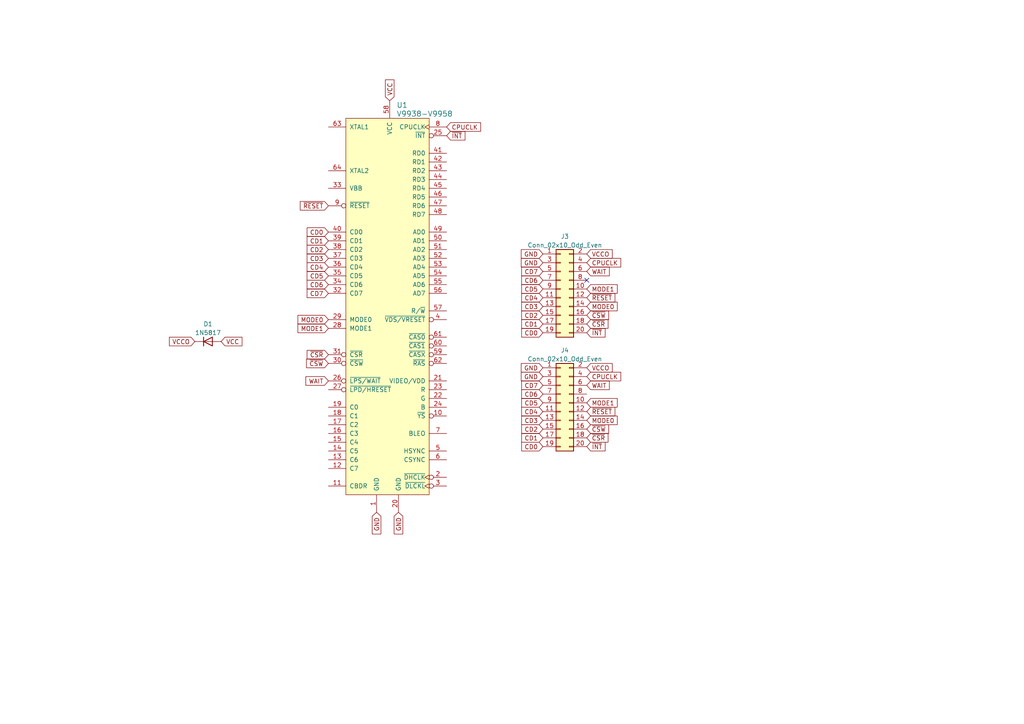
<source format=kicad_sch>
(kicad_sch (version 20230121) (generator eeschema)
  (paper "A4")
  (lib_symbols
    (symbol "Connector_Generic:Conn_02x10_Odd_Even" (pin_names (offset 1.016) hide)
      (property "Reference" "J" (at 1.27 12.7 0))
      (property "Value" "Conn_02x10_Odd_Even" (at 1.27 -15.24 0))
      (symbol "Conn_02x10_Odd_Even_1_1"
        (rectangle (start -1.27 -12.573) (end 0 -12.827) (stroke (width 0.1524)))
        (rectangle (start -1.27 -10.033) (end 0 -10.287) (stroke (width 0.1524)))
        (rectangle (start -1.27 -7.493) (end 0 -7.747) (stroke (width 0.1524)))
        (rectangle (start -1.27 -4.953) (end 0 -5.207) (stroke (width 0.1524)))
        (rectangle (start -1.27 -2.413) (end 0 -2.667) (stroke (width 0.1524)))
        (rectangle (start -1.27 0.127) (end 0 -0.127) (stroke (width 0.1524)))
        (rectangle (start -1.27 2.667) (end 0 2.413) (stroke (width 0.1524)))
        (rectangle (start -1.27 5.207) (end 0 4.953) (stroke (width 0.1524)))
        (rectangle (start -1.27 7.747) (end 0 7.493) (stroke (width 0.1524)))
        (rectangle (start -1.27 10.287) (end 0 10.033) (stroke (width 0.1524)))
        (rectangle (start -1.27 11.43) (end 3.81 -13.97) (stroke (width 0.254)) (fill (type background)))
        (rectangle (start 3.81 -12.573) (end 2.54 -12.827) (stroke (width 0.1524)))
        (rectangle (start 3.81 -10.033) (end 2.54 -10.287) (stroke (width 0.1524)))
        (rectangle (start 3.81 -7.493) (end 2.54 -7.747) (stroke (width 0.1524)))
        (rectangle (start 3.81 -4.953) (end 2.54 -5.207) (stroke (width 0.1524)))
        (rectangle (start 3.81 -2.413) (end 2.54 -2.667) (stroke (width 0.1524)))
        (rectangle (start 3.81 0.127) (end 2.54 -0.127) (stroke (width 0.1524)))
        (rectangle (start 3.81 2.667) (end 2.54 2.413) (stroke (width 0.1524)))
        (rectangle (start 3.81 5.207) (end 2.54 4.953) (stroke (width 0.1524)))
        (rectangle (start 3.81 7.747) (end 2.54 7.493) (stroke (width 0.1524)))
        (rectangle (start 3.81 10.287) (end 2.54 10.033) (stroke (width 0.1524)))
        (pin passive line (at -5.08 10.16 0) (length 3.81) (name "Pin_1") (number "1"))
        (pin passive line (at 7.62 0 180) (length 3.81) (name "Pin_10") (number "10"))
        (pin passive line (at -5.08 -2.54 0) (length 3.81) (name "Pin_11") (number "11"))
        (pin passive line (at 7.62 -2.54 180) (length 3.81) (name "Pin_12") (number "12"))
        (pin passive line (at -5.08 -5.08 0) (length 3.81) (name "Pin_13") (number "13"))
        (pin passive line (at 7.62 -5.08 180) (length 3.81) (name "Pin_14") (number "14"))
        (pin passive line (at -5.08 -7.62 0) (length 3.81) (name "Pin_15") (number "15"))
        (pin passive line (at 7.62 -7.62 180) (length 3.81) (name "Pin_16") (number "16"))
        (pin passive line (at -5.08 -10.16 0) (length 3.81) (name "Pin_17") (number "17"))
        (pin passive line (at 7.62 -10.16 180) (length 3.81) (name "Pin_18") (number "18"))
        (pin passive line (at -5.08 -12.7 0) (length 3.81) (name "Pin_19") (number "19"))
        (pin passive line (at 7.62 10.16 180) (length 3.81) (name "Pin_2") (number "2"))
        (pin passive line (at 7.62 -12.7 180) (length 3.81) (name "Pin_20") (number "20"))
        (pin passive line (at -5.08 7.62 0) (length 3.81) (name "Pin_3") (number "3"))
        (pin passive line (at 7.62 7.62 180) (length 3.81) (name "Pin_4") (number "4"))
        (pin passive line (at -5.08 5.08 0) (length 3.81) (name "Pin_5") (number "5"))
        (pin passive line (at 7.62 5.08 180) (length 3.81) (name "Pin_6") (number "6"))
        (pin passive line (at -5.08 2.54 0) (length 3.81) (name "Pin_7") (number "7"))
        (pin passive line (at 7.62 2.54 180) (length 3.81) (name "Pin_8") (number "8"))
        (pin passive line (at -5.08 0 0) (length 3.81) (name "Pin_9") (number "9"))
      )
    )
    (symbol "Diode:1N4001" (pin_numbers hide) (pin_names hide)
      (property "Reference" "D" (at 0 2.54 0))
      (property "Value" "1N4001" (at 0 -2.54 0))
      (symbol "1N4001_0_1"
        (polyline (pts (xy -1.27 1.27) (xy -1.27 -1.27)) (stroke (width 0.254)))
        (polyline (pts (xy 1.27 0) (xy -1.27 0)))
        (polyline (pts (xy 1.27 1.27) (xy 1.27 -1.27) (xy -1.27 0) (xy 1.27 1.27)) (stroke (width 0.254)))
      )
      (symbol "1N4001_1_1"
        (pin passive line (at -3.81 0 0) (length 2.54) (name "K") (number "1"))
        (pin passive line (at 3.81 0 180) (length 2.54) (name "A") (number "2"))
      )
    )
    (symbol "Retro:V9938-V9958" (pin_names (offset 1.016))
      (property "Reference" "U" (at -12.7 58.42 0))
      (property "Value" "V9938-V9958" (at -8.89 55.88 0))
      (symbol "V9938-V9958_0_1"
        (rectangle (start -12.7 54.61) (end 11.43 -54.61) (fill (type background)))
      )
      (symbol "V9938-V9958_1_1"
        (pin power_in line (at -3.81 -59.69 90) (length 5.08) (name "GND") (number "1"))
        (pin output inverted (at 16.51 -31.75 180) (length 5.08) (name "~{YS}") (number "10"))
        (pin output line (at -17.78 -52.07 0) (length 5.08) (name "CBDR") (number "11"))
        (pin tri_state line (at -17.78 -46.99 0) (length 5.08) (name "C7") (number "12"))
        (pin tri_state line (at -17.78 -44.45 0) (length 5.08) (name "C6") (number "13"))
        (pin tri_state line (at -17.78 -41.91 0) (length 5.08) (name "C5") (number "14"))
        (pin tri_state line (at -17.78 -39.37 0) (length 5.08) (name "C4") (number "15"))
        (pin tri_state line (at -17.78 -36.83 0) (length 5.08) (name "C3") (number "16"))
        (pin tri_state line (at -17.78 -34.29 0) (length 5.08) (name "C2") (number "17"))
        (pin tri_state line (at -17.78 -31.75 0) (length 5.08) (name "C1") (number "18"))
        (pin tri_state line (at -17.78 -29.21 0) (length 5.08) (name "C0") (number "19"))
        (pin output inverted_clock (at 16.51 -49.53 180) (length 5.08) (name "~{DHCLK}") (number "2"))
        (pin power_in line (at 2.54 -59.69 90) (length 5.08) (name "GND") (number "20"))
        (pin output line (at 16.51 -21.59 180) (length 5.08) (name "VIDEO/VDD") (number "21"))
        (pin output line (at 16.51 -26.67 180) (length 5.08) (name "G") (number "22"))
        (pin output line (at 16.51 -24.13 180) (length 5.08) (name "R") (number "23"))
        (pin output line (at 16.51 -29.21 180) (length 5.08) (name "B") (number "24"))
        (pin open_collector inverted (at 16.51 49.53 180) (length 5.08) (name "~{INT}") (number "25"))
        (pin input inverted (at -17.78 -21.59 0) (length 5.08) (name "~{LPS/WAIT}") (number "26"))
        (pin input inverted (at -17.78 -24.13 0) (length 5.08) (name "~{LPD/HRESET}") (number "27"))
        (pin input line (at -17.78 -6.35 0) (length 5.08) (name "MODE1") (number "28"))
        (pin input line (at -17.78 -3.81 0) (length 5.08) (name "MODE0") (number "29"))
        (pin output inverted_clock (at 16.51 -52.07 180) (length 5.08) (name "~{DLCKL}") (number "3"))
        (pin input inverted (at -17.78 -16.51 0) (length 5.08) (name "~{CSW}") (number "30"))
        (pin input inverted (at -17.78 -13.97 0) (length 5.08) (name "~{CSR}") (number "31"))
        (pin tri_state line (at -17.78 3.81 0) (length 5.08) (name "CD7") (number "32"))
        (pin output line (at -17.78 34.29 0) (length 5.08) (name "VBB") (number "33"))
        (pin tri_state line (at -17.78 6.35 0) (length 5.08) (name "CD6") (number "34"))
        (pin tri_state line (at -17.78 8.89 0) (length 5.08) (name "CD5") (number "35"))
        (pin tri_state line (at -17.78 11.43 0) (length 5.08) (name "CD4") (number "36"))
        (pin tri_state line (at -17.78 13.97 0) (length 5.08) (name "CD3") (number "37"))
        (pin tri_state line (at -17.78 16.51 0) (length 5.08) (name "CD2") (number "38"))
        (pin tri_state line (at -17.78 19.05 0) (length 5.08) (name "CD1") (number "39"))
        (pin output inverted (at 16.51 -3.81 180) (length 5.08) (name "~{VDS/VRESET}") (number "4"))
        (pin tri_state line (at -17.78 21.59 0) (length 5.08) (name "CD0") (number "40"))
        (pin tri_state line (at 16.51 44.45 180) (length 5.08) (name "RD0") (number "41"))
        (pin tri_state line (at 16.51 41.91 180) (length 5.08) (name "RD1") (number "42"))
        (pin tri_state line (at 16.51 39.37 180) (length 5.08) (name "RD2") (number "43"))
        (pin tri_state line (at 16.51 36.83 180) (length 5.08) (name "RD3") (number "44"))
        (pin tri_state line (at 16.51 34.29 180) (length 5.08) (name "RD4") (number "45"))
        (pin tri_state line (at 16.51 31.75 180) (length 5.08) (name "RD5") (number "46"))
        (pin tri_state line (at 16.51 29.21 180) (length 5.08) (name "RD6") (number "47"))
        (pin tri_state line (at 16.51 26.67 180) (length 5.08) (name "RD7") (number "48"))
        (pin output line (at 16.51 21.59 180) (length 5.08) (name "AD0") (number "49"))
        (pin bidirectional line (at 16.51 -41.91 180) (length 5.08) (name "HSYNC") (number "5"))
        (pin output line (at 16.51 19.05 180) (length 5.08) (name "AD1") (number "50"))
        (pin output line (at 16.51 16.51 180) (length 5.08) (name "AD2") (number "51"))
        (pin output line (at 16.51 13.97 180) (length 5.08) (name "AD3") (number "52"))
        (pin output line (at 16.51 11.43 180) (length 5.08) (name "AD4") (number "53"))
        (pin output line (at 16.51 8.89 180) (length 5.08) (name "AD5") (number "54"))
        (pin output line (at 16.51 6.35 180) (length 5.08) (name "AD6") (number "55"))
        (pin output line (at 16.51 3.81 180) (length 5.08) (name "AD7") (number "56"))
        (pin output line (at 16.51 -1.27 180) (length 5.08) (name "R/~{W}") (number "57"))
        (pin power_in line (at 0 59.69 270) (length 5.08) (name "VCC") (number "58"))
        (pin output inverted (at 16.51 -13.97 180) (length 5.08) (name "~{CASX}") (number "59"))
        (pin bidirectional line (at 16.51 -44.45 180) (length 5.08) (name "CSYNC") (number "6"))
        (pin output inverted (at 16.51 -11.43 180) (length 5.08) (name "~{CAS1}") (number "60"))
        (pin output inverted (at 16.51 -8.89 180) (length 5.08) (name "~{CAS0}") (number "61"))
        (pin output inverted (at 16.51 -16.51 180) (length 5.08) (name "~{RAS}") (number "62"))
        (pin input line (at -17.78 52.07 0) (length 5.08) (name "XTAL1") (number "63"))
        (pin input line (at -17.78 39.37 0) (length 5.08) (name "XTAL2") (number "64"))
        (pin output line (at 16.51 -36.83 180) (length 5.08) (name "BLEO") (number "7"))
        (pin output clock (at 16.51 52.07 180) (length 5.08) (name "CPUCLK") (number "8"))
        (pin input inverted (at -17.78 29.21 0) (length 5.08) (name "~{RESET}") (number "9"))
      )
    )
  )
  (no_connect (at 170.18 81.28))
  (global_label "~{CSR}" (shape input) (at 170.18 127 0) (property "Intersheetrefs" "${INTERSHEET_REFS}" (effects hide)))
  (global_label "CD1" (shape input) (at 157.48 127 180) (property "Intersheetrefs" "${INTERSHEET_REFS}" (effects hide)))
  (global_label "GND" (shape input) (at 157.48 76.2 180) (property "Intersheetrefs" "${INTERSHEET_REFS}" (effects hide)))
  (global_label "GND" (shape input) (at 157.48 109.22 180) (property "Intersheetrefs" "${INTERSHEET_REFS}" (effects hide)))
  (global_label "~{RESET}" (shape input) (at 170.18 119.38 0) (property "Intersheetrefs" "${INTERSHEET_REFS}" (effects hide)))
  (global_label "MODE1" (shape input) (at 95.25 95.25 180) (property "Intersheetrefs" "${INTERSHEET_REFS}" (effects hide)))
  (global_label "MODE1" (shape input) (at 170.18 83.82 0) (property "Intersheetrefs" "${INTERSHEET_REFS}" (effects hide)))
  (global_label "GND" (shape input) (at 109.22 148.59 270) (property "Intersheetrefs" "${INTERSHEET_REFS}" (effects hide)))
  (global_label "CD1" (shape input) (at 157.48 93.98 180) (property "Intersheetrefs" "${INTERSHEET_REFS}" (effects hide)))
  (global_label "~{CSR}" (shape input) (at 170.18 93.98 0) (property "Intersheetrefs" "${INTERSHEET_REFS}" (effects hide)))
  (global_label "MODE0" (shape input) (at 170.18 88.9 0) (property "Intersheetrefs" "${INTERSHEET_REFS}" (effects hide)))
  (global_label "~{CSW}" (shape input) (at 95.25 105.41 180) (property "Intersheetrefs" "${INTERSHEET_REFS}" (effects hide)))
  (global_label "GND" (shape input) (at 157.48 106.68 180) (property "Intersheetrefs" "${INTERSHEET_REFS}" (effects hide)))
  (global_label "~{CSR}" (shape input) (at 95.25 102.87 180) (property "Intersheetrefs" "${INTERSHEET_REFS}" (effects hide)))
  (global_label "CD5" (shape input) (at 157.48 116.84 180) (property "Intersheetrefs" "${INTERSHEET_REFS}" (effects hide)))
  (global_label "MODE0" (shape input) (at 170.18 121.92 0) (property "Intersheetrefs" "${INTERSHEET_REFS}" (effects hide)))
  (global_label "VCCO" (shape input) (at 56.515 99.06 180) (property "Intersheetrefs" "${INTERSHEET_REFS}" (effects hide)))
  (global_label "~{INT}" (shape input) (at 170.18 96.52 0) (property "Intersheetrefs" "${INTERSHEET_REFS}" (effects hide)))
  (global_label "CPUCLK" (shape input) (at 170.18 76.2 0) (property "Intersheetrefs" "${INTERSHEET_REFS}" (effects hide)))
  (global_label "MODE0" (shape input) (at 95.25 92.71 180) (property "Intersheetrefs" "${INTERSHEET_REFS}" (effects hide)))
  (global_label "CD5" (shape input) (at 157.48 83.82 180) (property "Intersheetrefs" "${INTERSHEET_REFS}" (effects hide)))
  (global_label "CD0" (shape input) (at 157.48 96.52 180) (property "Intersheetrefs" "${INTERSHEET_REFS}" (effects hide)))
  (global_label "GND" (shape input) (at 115.57 148.59 270) (property "Intersheetrefs" "${INTERSHEET_REFS}" (effects hide)))
  (global_label "CD7" (shape input) (at 157.48 111.76 180) (property "Intersheetrefs" "${INTERSHEET_REFS}" (effects hide)))
  (global_label "WAIT" (shape input) (at 95.25 110.49 180) (property "Intersheetrefs" "${INTERSHEET_REFS}" (effects hide)))
  (global_label "WAIT" (shape input) (at 170.18 78.74 0) (property "Intersheetrefs" "${INTERSHEET_REFS}" (effects hide)))
  (global_label "CD2" (shape input) (at 157.48 91.44 180) (property "Intersheetrefs" "${INTERSHEET_REFS}" (effects hide)))
  (global_label "CD2" (shape input) (at 95.25 72.39 180) (property "Intersheetrefs" "${INTERSHEET_REFS}" (effects hide)))
  (global_label "CD3" (shape input) (at 157.48 121.92 180) (property "Intersheetrefs" "${INTERSHEET_REFS}" (effects hide)))
  (global_label "~{INT}" (shape input) (at 129.54 39.37 0) (property "Intersheetrefs" "${INTERSHEET_REFS}" (effects hide)))
  (global_label "CD5" (shape input) (at 95.25 80.01 180) (property "Intersheetrefs" "${INTERSHEET_REFS}" (effects hide)))
  (global_label "CD7" (shape input) (at 95.25 85.09 180) (property "Intersheetrefs" "${INTERSHEET_REFS}" (effects hide)))
  (global_label "VCCO" (shape input) (at 170.18 106.68 0) (property "Intersheetrefs" "${INTERSHEET_REFS}" (effects hide)))
  (global_label "VCC" (shape input) (at 113.03 29.21 90) (property "Intersheetrefs" "${INTERSHEET_REFS}" (effects hide)))
  (global_label "CD6" (shape input) (at 95.25 82.55 180) (property "Intersheetrefs" "${INTERSHEET_REFS}" (effects hide)))
  (global_label "~{CSW}" (shape input) (at 170.18 91.44 0) (property "Intersheetrefs" "${INTERSHEET_REFS}" (effects hide)))
  (global_label "CD0" (shape input) (at 157.48 129.54 180) (property "Intersheetrefs" "${INTERSHEET_REFS}" (effects hide)))
  (global_label "CD7" (shape input) (at 157.48 78.74 180) (property "Intersheetrefs" "${INTERSHEET_REFS}" (effects hide)))
  (global_label "VCC" (shape input) (at 64.135 99.06 0) (property "Intersheetrefs" "${INTERSHEET_REFS}" (effects hide)))
  (global_label "~{CSW}" (shape input) (at 170.18 124.46 0) (property "Intersheetrefs" "${INTERSHEET_REFS}" (effects hide)))
  (global_label "CD2" (shape input) (at 157.48 124.46 180) (property "Intersheetrefs" "${INTERSHEET_REFS}" (effects hide)))
  (global_label "CD3" (shape input) (at 95.25 74.93 180) (property "Intersheetrefs" "${INTERSHEET_REFS}" (effects hide)))
  (global_label "CPUCLK" (shape input) (at 170.18 109.22 0) (property "Intersheetrefs" "${INTERSHEET_REFS}" (effects hide)))
  (global_label "~{RESET}" (shape input) (at 170.18 86.36 0) (property "Intersheetrefs" "${INTERSHEET_REFS}" (effects hide)))
  (global_label "~{RESET}" (shape input) (at 95.25 59.69 180) (property "Intersheetrefs" "${INTERSHEET_REFS}" (effects hide)))
  (global_label "CD4" (shape input) (at 157.48 86.36 180) (property "Intersheetrefs" "${INTERSHEET_REFS}" (effects hide)))
  (global_label "CD6" (shape input) (at 157.48 81.28 180) (property "Intersheetrefs" "${INTERSHEET_REFS}" (effects hide)))
  (global_label "CD3" (shape input) (at 157.48 88.9 180) (property "Intersheetrefs" "${INTERSHEET_REFS}" (effects hide)))
  (global_label "MODE1" (shape input) (at 170.18 116.84 0) (property "Intersheetrefs" "${INTERSHEET_REFS}" (effects hide)))
  (global_label "CPUCLK" (shape input) (at 129.54 36.83 0) (property "Intersheetrefs" "${INTERSHEET_REFS}" (effects hide)))
  (global_label "WAIT" (shape input) (at 170.18 111.76 0) (property "Intersheetrefs" "${INTERSHEET_REFS}" (effects hide)))
  (global_label "~{INT}" (shape input) (at 170.18 129.54 0) (property "Intersheetrefs" "${INTERSHEET_REFS}" (effects hide)))
  (global_label "CD1" (shape input) (at 95.25 69.85 180) (property "Intersheetrefs" "${INTERSHEET_REFS}" (effects hide)))
  (global_label "CD4" (shape input) (at 95.25 77.47 180) (property "Intersheetrefs" "${INTERSHEET_REFS}" (effects hide)))
  (global_label "VCCO" (shape input) (at 170.18 73.66 0) (property "Intersheetrefs" "${INTERSHEET_REFS}" (effects hide)))
  (global_label "CD0" (shape input) (at 95.25 67.31 180) (property "Intersheetrefs" "${INTERSHEET_REFS}" (effects hide)))
  (global_label "CD4" (shape input) (at 157.48 119.38 180) (property "Intersheetrefs" "${INTERSHEET_REFS}" (effects hide)))
  (global_label "CD6" (shape input) (at 157.48 114.3 180) (property "Intersheetrefs" "${INTERSHEET_REFS}" (effects hide)))
  (global_label "GND" (shape input) (at 157.48 73.66 180) (property "Intersheetrefs" "${INTERSHEET_REFS}" (effects hide)))
  (symbol (lib_id "Connector_Generic:Conn_02x10_Odd_Even") (at 162.56 83.82 0) (unit 1)
    (property "Reference" "J3" (at 163.83 68.58 0))
    (property "Value" "Conn_02x10_Odd_Even" (at 163.83 71.12 0))
    (property "Footprint" "Connector_PinHeader_2.54mm:PinHeader_2x10_P2.54mm_Vertical" (effects hide))
  )
  (symbol (lib_id "Diode:1N4001") (at 60.325 99.06 0) (unit 1)
    (property "Reference" "D1" (at 60.325 93.98 0))
    (property "Value" "1N5817" (at 60.325 96.52 0))
    (property "Footprint" "Diode_THT:D_DO-41_SOD81_P10.16mm_Horizontal" (effects hide))
    (property "Datasheet" "http://www.vishay.com/docs/88503/1n4001.pdf" (effects hide))
    (property "Sim.Device" "D" (effects hide))
    (property "Sim.Pins" "1=K 2=A" (effects hide))
  )
  (symbol (lib_id "Connector_Generic:Conn_02x10_Odd_Even") (at 162.56 116.84 0) (unit 1)
    (property "Reference" "J4" (at 163.83 101.6 0))
    (property "Value" "Conn_02x10_Odd_Even" (at 163.83 104.14 0))
    (property "Footprint" "Connector_PinHeader_2.54mm:PinHeader_2x10_P2.54mm_Vertical" (effects hide))
  )
  (symbol (lib_id "Retro:V9938-V9958") (at 113.03 88.9 0) (unit 1)
    (property "Reference" "U1" (at 114.9859 30.48 0) (effects (font (size 1.524 1.524)) (justify left)))
    (property "Value" "V9938-V9958" (at 114.9859 33.02 0) (effects (font (size 1.524 1.524)) (justify left)))
    (property "Footprint" "Retro:IC_SDIP64_600" (effects hide))
  )
)
</source>
